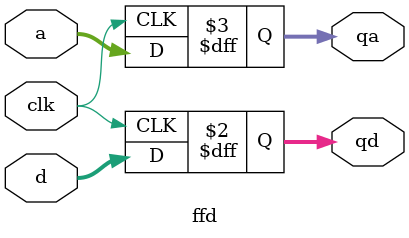
<source format=v>
module ffd(
input [7:0]d,
input [9:0]a,
input clk,
output reg [7:0]qd,
output reg [9:0]qa
);

always @(posedge clk) begin
qd<=d;
qa<=a;
end

endmodule 
</source>
